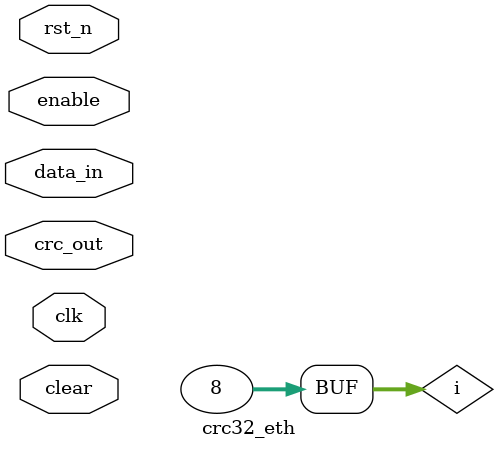
<source format=sv>
module crc32_eth
  (
    input wire clk,
    input wire rst_n,
    input wire clear,
    input wire enable, 
    input wire [7:0] data_in,
    input wire [31:0] crc_out
  );
  
  reg [31:0] crc_reg;
  reg [31:0] crc_next;
  integer i;
  
  assign crc_out = 
    ~{crc_reg[0], crc_reg[1], crc_reg[2], crc_reg[3],
      crc_reg[4], crc_reg[5], crc_reg[6], crc_reg[7],
      crc_reg[8], crc_reg[9], crc_reg[10], crc_reg[11],
      crc_reg[12], crc_reg[13], crc_reg[14], crc_reg[15],
      crc_reg[16], crc_reg[17], crc_reg[18], crc_reg[19],
      crc_reg[20], crc_reg[21], crc_reg[22], crc_reg[23],
      crc_reg[24], crc_reg[25], crc_reg[26], crc_reg[27],
      crc_reg[28], crc_reg[29], crc_reg[30], crc_reg[31]};
  
  always @(posedge clk or negedge rst_n) begin
    if (!rst_n)      crc_reg <= 32'hFFFFFFFF;
    else if (clear)  crc_reg <= 32'hFFFFFFFF;
    else if (enable) crc_reg <= crc_next;
      end 
  
  always @(*) begin
    crc_next = crc_reg;
    for (i = 0; i<8; i = i+1) begin
      if (data_in[i] ^ crc_next[31])
        crc_next = {crc_next[30:0], 1'b0} ^ 32'h04C11DB7;
      else
        crc_next = {crc_next[30:0], 1'b0};
    end
  end
  
endmodule

</source>
